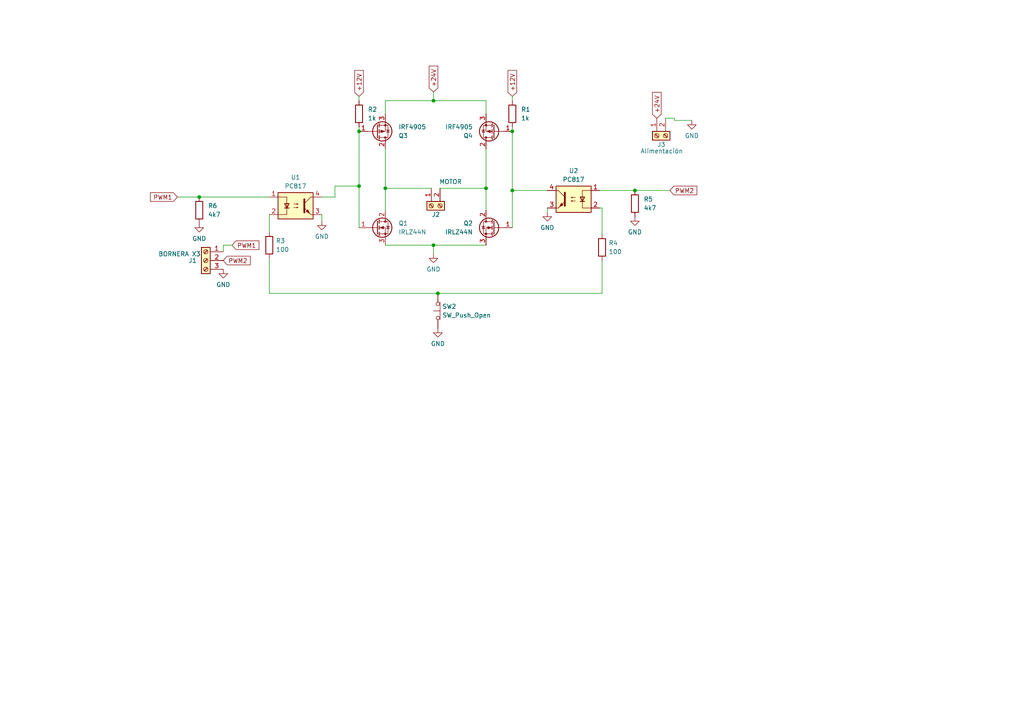
<source format=kicad_sch>
(kicad_sch (version 20231120) (generator "eeschema") (generator_version "8.0")
  (paper "A4")
  (title_block (title "PUENTE H DE POTENCIA") (date "21/08/2024") (rev "1") (company "Danilo Diaz Melión"))
  (lib_symbols
    (symbol "Connector:Screw_Terminal_01x02" (pin_names (offset 1.016) hide)
      (property "Reference" "J" (at 0 2.54 0))
      (property "Value" "Screw_Terminal_01x02" (at 0 -5.08 0))
      (symbol "Screw_Terminal_01x02_1_1"
        (rectangle (start -1.27 1.27) (end 1.27 -3.81) (stroke (width 0.254)) (fill (type background)))
        (circle (center 0 -2.54) (radius 0.635) (stroke (width 0.1524)))
        (polyline (pts (xy -0.5334 -2.2098) (xy 0.3302 -3.048)) (stroke (width 0.1524)))
        (polyline (pts (xy -0.5334 0.3302) (xy 0.3302 -0.508)) (stroke (width 0.1524)))
        (polyline (pts (xy -0.3556 -2.032) (xy 0.508 -2.8702)) (stroke (width 0.1524)))
        (polyline (pts (xy -0.3556 0.508) (xy 0.508 -0.3302)) (stroke (width 0.1524)))
        (circle (center 0 0) (radius 0.635) (stroke (width 0.1524)))
        (pin passive line (at -5.08 0 0) (length 3.81) (name "Pin_1") (number "1"))
        (pin passive line (at -5.08 -2.54 0) (length 3.81) (name "Pin_2") (number "2"))
      )
    )
    (symbol "Connector:Screw_Terminal_01x03" (pin_names (offset 1.016) hide)
      (property "Reference" "J" (at 0 5.08 0))
      (property "Value" "Screw_Terminal_01x03" (at 0 -5.08 0))
      (symbol "Screw_Terminal_01x03_1_1"
        (rectangle (start -1.27 3.81) (end 1.27 -3.81) (stroke (width 0.254)) (fill (type background)))
        (circle (center 0 -2.54) (radius 0.635) (stroke (width 0.1524)))
        (polyline (pts (xy -0.5334 -2.2098) (xy 0.3302 -3.048)) (stroke (width 0.1524)))
        (polyline (pts (xy -0.5334 0.3302) (xy 0.3302 -0.508)) (stroke (width 0.1524)))
        (polyline (pts (xy -0.5334 2.8702) (xy 0.3302 2.032)) (stroke (width 0.1524)))
        (polyline (pts (xy -0.3556 -2.032) (xy 0.508 -2.8702)) (stroke (width 0.1524)))
        (polyline (pts (xy -0.3556 0.508) (xy 0.508 -0.3302)) (stroke (width 0.1524)))
        (polyline (pts (xy -0.3556 3.048) (xy 0.508 2.2098)) (stroke (width 0.1524)))
        (circle (center 0 0) (radius 0.635) (stroke (width 0.1524)))
        (circle (center 0 2.54) (radius 0.635) (stroke (width 0.1524)))
        (pin passive line (at -5.08 2.54 0) (length 3.81) (name "Pin_1") (number "1"))
        (pin passive line (at -5.08 0 0) (length 3.81) (name "Pin_2") (number "2"))
        (pin passive line (at -5.08 -2.54 0) (length 3.81) (name "Pin_3") (number "3"))
      )
    )
    (symbol "Device:R" (pin_numbers hide) (pin_names (offset 0))
      (property "Reference" "R" (at 2.032 0 90))
      (property "Value" "R" (at 0 0 90))
      (symbol "R_0_1"
        (rectangle (start -1.016 -2.54) (end 1.016 2.54) (stroke (width 0.254)))
      )
      (symbol "R_1_1"
        (pin passive line (at 0 3.81 270) (length 1.27) (name "~") (number "1"))
        (pin passive line (at 0 -3.81 90) (length 1.27) (name "~") (number "2"))
      )
    )
    (symbol "Isolator:PC817" (pin_names (offset 1.016))
      (property "Reference" "U" (at -5.08 5.08 0))
      (property "Value" "PC817" (at 0 5.08 0))
      (symbol "PC817_0_1"
        (rectangle (start -5.08 3.81) (end 5.08 -3.81) (stroke (width 0.254)) (fill (type background)))
        (polyline (pts (xy -3.175 -0.635) (xy -1.905 -0.635)) (stroke (width 0.254)))
        (polyline (pts (xy 2.54 0.635) (xy 4.445 2.54)))
        (polyline (pts (xy 4.445 -2.54) (xy 2.54 -0.635)) (fill (type outline)))
        (polyline (pts (xy 4.445 -2.54) (xy 5.08 -2.54)))
        (polyline (pts (xy 4.445 2.54) (xy 5.08 2.54)))
        (polyline (pts (xy -5.08 2.54) (xy -2.54 2.54) (xy -2.54 -0.635)))
        (polyline (pts (xy -2.54 -0.635) (xy -2.54 -2.54) (xy -5.08 -2.54)))
        (polyline (pts (xy 2.54 1.905) (xy 2.54 -1.905) (xy 2.54 -1.905)) (stroke (width 0.508)))
        (polyline (pts (xy -2.54 -0.635) (xy -3.175 0.635) (xy -1.905 0.635) (xy -2.54 -0.635)) (stroke (width 0.254)))
        (polyline (pts (xy -0.508 -0.508) (xy 0.762 -0.508) (xy 0.381 -0.635) (xy 0.381 -0.381) (xy 0.762 -0.508)))
        (polyline (pts (xy -0.508 0.508) (xy 0.762 0.508) (xy 0.381 0.381) (xy 0.381 0.635) (xy 0.762 0.508)))
        (polyline (pts (xy 3.048 -1.651) (xy 3.556 -1.143) (xy 4.064 -2.159) (xy 3.048 -1.651) (xy 3.048 -1.651)) (fill (type outline)))
      )
      (symbol "PC817_1_1"
        (pin passive line (at -7.62 2.54 0) (length 2.54) (name "~") (number "1"))
        (pin passive line (at -7.62 -2.54 0) (length 2.54) (name "~") (number "2"))
        (pin passive line (at 7.62 -2.54 180) (length 2.54) (name "~") (number "3"))
        (pin passive line (at 7.62 2.54 180) (length 2.54) (name "~") (number "4"))
      )
    )
    (symbol "Switch:SW_Push_Open" (pin_numbers hide) (pin_names (offset 1.016) hide)
      (property "Reference" "SW" (at 0 2.54 0))
      (property "Value" "SW_Push_Open" (at 0 -1.905 0))
      (symbol "SW_Push_Open_0_1"
        (circle (center -2.032 0) (radius 0.508))
        (polyline (pts (xy -2.54 -0.635) (xy 2.54 -0.635)))
        (polyline (pts (xy 0 -0.635) (xy 0 1.27)))
        (circle (center 2.032 0) (radius 0.508))
        (pin passive line (at -5.08 0 0) (length 2.54) (name "A") (number "1"))
      )
      (symbol "SW_Push_Open_1_1"
        (pin passive line (at 5.08 0 180) (length 2.54) (name "B") (number "2"))
      )
    )
    (symbol "Transistor_FET:IRF4905" (pin_names hide)
      (property "Reference" "Q" (at 5.08 1.905 0))
      (property "Value" "IRF4905" (at 5.08 0 0))
      (symbol "IRF4905_0_1"
        (polyline (pts (xy 0.254 0) (xy -2.54 0)))
        (polyline (pts (xy 0.254 1.905) (xy 0.254 -1.905)) (stroke (width 0.254)))
        (polyline (pts (xy 0.762 -1.27) (xy 0.762 -2.286)) (stroke (width 0.254)))
        (polyline (pts (xy 0.762 0.508) (xy 0.762 -0.508)) (stroke (width 0.254)))
        (polyline (pts (xy 0.762 2.286) (xy 0.762 1.27)) (stroke (width 0.254)))
        (polyline (pts (xy 2.54 2.54) (xy 2.54 1.778)))
        (polyline (pts (xy 2.54 -2.54) (xy 2.54 0) (xy 0.762 0)))
        (polyline (pts (xy 0.762 1.778) (xy 3.302 1.778) (xy 3.302 -1.778) (xy 0.762 -1.778)))
        (polyline (pts (xy 2.286 0) (xy 1.27 0.381) (xy 1.27 -0.381) (xy 2.286 0)) (fill (type outline)))
        (polyline (pts (xy 2.794 -0.508) (xy 2.921 -0.381) (xy 3.683 -0.381) (xy 3.81 -0.254)))
        (polyline (pts (xy 3.302 -0.381) (xy 2.921 0.254) (xy 3.683 0.254) (xy 3.302 -0.381)))
        (circle (center 1.651 0) (radius 2.794) (stroke (width 0.254)))
        (circle (center 2.54 -1.778) (radius 0.254) (fill (type outline)))
        (circle (center 2.54 1.778) (radius 0.254) (fill (type outline)))
      )
      (symbol "IRF4905_1_1"
        (pin input line (at -5.08 0 0) (length 2.54) (name "G") (number "1"))
        (pin passive line (at 2.54 5.08 270) (length 2.54) (name "D") (number "2"))
        (pin passive line (at 2.54 -5.08 90) (length 2.54) (name "S") (number "3"))
      )
    )
    (symbol "Transistor_FET:IRLZ44N" (pin_names hide)
      (property "Reference" "Q" (at 6.35 1.905 0))
      (property "Value" "IRLZ44N" (at 6.35 0 0))
      (symbol "IRLZ44N_0_1"
        (polyline (pts (xy 0.254 0) (xy -2.54 0)))
        (polyline (pts (xy 0.254 1.905) (xy 0.254 -1.905)) (stroke (width 0.254)))
        (polyline (pts (xy 0.762 -1.27) (xy 0.762 -2.286)) (stroke (width 0.254)))
        (polyline (pts (xy 0.762 0.508) (xy 0.762 -0.508)) (stroke (width 0.254)))
        (polyline (pts (xy 0.762 2.286) (xy 0.762 1.27)) (stroke (width 0.254)))
        (polyline (pts (xy 2.54 2.54) (xy 2.54 1.778)))
        (polyline (pts (xy 2.54 -2.54) (xy 2.54 0) (xy 0.762 0)))
        (polyline (pts (xy 0.762 -1.778) (xy 3.302 -1.778) (xy 3.302 1.778) (xy 0.762 1.778)))
        (polyline (pts (xy 1.016 0) (xy 2.032 0.381) (xy 2.032 -0.381) (xy 1.016 0)) (fill (type outline)))
        (polyline (pts (xy 2.794 0.508) (xy 2.921 0.381) (xy 3.683 0.381) (xy 3.81 0.254)))
        (polyline (pts (xy 3.302 0.381) (xy 2.921 -0.254) (xy 3.683 -0.254) (xy 3.302 0.381)))
        (circle (center 1.651 0) (radius 2.794) (stroke (width 0.254)))
        (circle (center 2.54 -1.778) (radius 0.254) (fill (type outline)))
        (circle (center 2.54 1.778) (radius 0.254) (fill (type outline)))
      )
      (symbol "IRLZ44N_1_1"
        (pin input line (at -5.08 0 0) (length 2.54) (name "G") (number "1"))
        (pin passive line (at 2.54 5.08 270) (length 2.54) (name "D") (number "2"))
        (pin passive line (at 2.54 -5.08 90) (length 2.54) (name "S") (number "3"))
      )
    )
    (symbol "power:GND" (power) (pin_names (offset 0))
      (property "Value" "GND" (at 0 -3.81 0))
      (symbol "GND_0_1"
        (polyline (pts (xy 0 0) (xy 0 -1.27) (xy 1.27 -1.27) (xy 0 -2.54) (xy -1.27 -1.27) (xy 0 -1.27)))
      )
      (symbol "GND_1_1"
        (pin power_in line (at 0 0 270) (length 0) hide (name "GND") (number "1"))
      )
    )
  )
  (junction (at 148.59 55.245))
  (junction (at 127 85.09))
  (junction (at 57.785 57.15))
  (junction (at 184.15 55.245))
  (junction (at 104.14 38.1))
  (junction (at 125.73 29.21))
  (junction (at 111.76 54.61))
  (junction (at 148.59 38.1))
  (junction (at 140.97 54.61))
  (junction (at 125.73 71.12))
  (junction (at 104.14 53.975))
  (wire (pts (xy 64.77 71.12) (xy 67.31 71.12)))
  (wire (pts (xy 111.76 43.18) (xy 111.76 54.61)))
  (wire (pts (xy 125.73 71.12) (xy 140.97 71.12)))
  (wire (pts (xy 140.97 29.21) (xy 140.97 33.02)))
  (wire (pts (xy 184.15 55.245) (xy 194.31 55.245)))
  (wire (pts (xy 195.58 34.29) (xy 195.58 34.925)))
  (wire (pts (xy 104.14 36.83) (xy 104.14 38.1)))
  (wire (pts (xy 78.105 74.93) (xy 78.105 85.09)))
  (wire (pts (xy 111.76 71.12) (xy 125.73 71.12)))
  (wire (pts (xy 78.105 62.23) (xy 78.105 67.31)))
  (wire (pts (xy 93.345 62.23) (xy 93.345 64.135)))
  (wire (pts (xy 174.625 60.325) (xy 174.625 67.945)))
  (wire (pts (xy 111.76 54.61) (xy 125.095 54.61)))
  (wire (pts (xy 195.58 34.925) (xy 200.66 34.925)))
  (wire (pts (xy 64.77 73.025) (xy 64.77 71.12)))
  (wire (pts (xy 125.73 29.21) (xy 140.97 29.21)))
  (wire (pts (xy 97.155 53.975) (xy 97.155 57.15)))
  (wire (pts (xy 193.04 34.29) (xy 195.58 34.29)))
  (wire (pts (xy 104.14 53.975) (xy 104.14 66.04)))
  (wire (pts (xy 111.76 54.61) (xy 111.76 60.96)))
  (wire (pts (xy 148.59 36.83) (xy 148.59 38.1)))
  (wire (pts (xy 127 85.09) (xy 174.625 85.09)))
  (wire (pts (xy 140.97 60.96) (xy 140.97 54.61)))
  (wire (pts (xy 140.97 43.18) (xy 140.97 54.61)))
  (wire (pts (xy 158.75 60.325) (xy 158.75 61.595)))
  (wire (pts (xy 148.59 55.245) (xy 148.59 66.04)))
  (wire (pts (xy 93.345 57.15) (xy 97.155 57.15)))
  (wire (pts (xy 51.435 57.15) (xy 57.785 57.15)))
  (wire (pts (xy 127.635 54.61) (xy 140.97 54.61)))
  (wire (pts (xy 148.59 27.94) (xy 148.59 29.21)))
  (wire (pts (xy 174.625 75.565) (xy 174.625 85.09)))
  (wire (pts (xy 125.73 73.66) (xy 125.73 71.12)))
  (wire (pts (xy 148.59 38.1) (xy 148.59 55.245)))
  (wire (pts (xy 173.99 55.245) (xy 184.15 55.245)))
  (wire (pts (xy 158.75 55.245) (xy 148.59 55.245)))
  (wire (pts (xy 57.785 57.15) (xy 78.105 57.15)))
  (wire (pts (xy 104.14 38.1) (xy 104.14 53.975)))
  (wire (pts (xy 104.14 53.975) (xy 97.155 53.975)))
  (wire (pts (xy 125.73 26.67) (xy 125.73 29.21)))
  (wire (pts (xy 104.14 27.94) (xy 104.14 29.21)))
  (wire (pts (xy 111.76 29.21) (xy 111.76 33.02)))
  (wire (pts (xy 174.625 60.325) (xy 173.99 60.325)))
  (wire (pts (xy 111.76 29.21) (xy 125.73 29.21)))
  (wire (pts (xy 78.105 85.09) (xy 127 85.09)))
  (global_label "PWM1" (shape input) (at 51.435 57.15 180) (property "Intersheetrefs" "${INTERSHEET_REFS}" (effects (hide yes))))
  (global_label "PWM1" (shape input) (at 67.31 71.12 0) (property "Intersheetrefs" "${INTERSHEET_REFS}" (effects (hide yes))))
  (global_label "+12V" (shape input) (at 104.14 27.94 90) (property "Intersheetrefs" "${INTERSHEET_REFS}" (effects (hide yes))))
  (global_label "+12V" (shape input) (at 148.59 27.94 90) (property "Intersheetrefs" "${INTERSHEET_REFS}" (effects (hide yes))))
  (global_label "PWM2" (shape input) (at 64.77 75.565 0) (property "Intersheetrefs" "${INTERSHEET_REFS}" (effects (hide yes))))
  (global_label "PWM2" (shape input) (at 194.31 55.245 0) (property "Intersheetrefs" "${INTERSHEET_REFS}" (effects (hide yes))))
  (global_label "+24V" (shape input) (at 190.5 34.29 90) (property "Intersheetrefs" "${INTERSHEET_REFS}" (effects (hide yes))))
  (global_label "+24V" (shape input) (at 125.73 26.67 90) (property "Intersheetrefs" "${INTERSHEET_REFS}" (effects (hide yes))))
  (symbol (lib_id "Device:R") (at 184.15 59.055 0) (unit 1)
    (property "Reference" "R5" (at 186.69 57.785 0) (effects (justify left)))
    (property "Value" "4k7" (at 186.69 60.325 0) (effects (justify left)))
    (property "Footprint" "Resistor_THT:R_Axial_DIN0614_L14.3mm_D5.7mm_P20.32mm_Horizontal" (effects (hide yes)))
  )
  (symbol (lib_id "Device:R") (at 148.59 33.02 0) (unit 1)
    (property "Reference" "R1" (at 151.13 31.75 0) (effects (justify left)))
    (property "Value" "1k" (at 151.13 34.29 0) (effects (justify left)))
    (property "Footprint" "Resistor_THT:R_Axial_DIN0614_L14.3mm_D5.7mm_P20.32mm_Horizontal" (effects (hide yes)))
  )
  (symbol (lib_id "power:GND") (at 158.75 61.595 0) (unit 1)
    (property "Reference" "#PWR04" (effects (hide yes)))
    (property "Value" "GND" (at 158.75 66.04 0))
  )
  (symbol (lib_id "power:GND") (at 184.15 62.865 0) (unit 1)
    (property "Reference" "#PWR01" (effects (hide yes)))
    (property "Value" "GND" (at 184.15 67.31 0))
  )
  (symbol (lib_id "Connector:Screw_Terminal_01x02") (at 190.5 39.37 90) (mirror x) (unit 1)
    (property "Reference" "J3" (at 193.04 41.91 90) (effects (justify left)))
    (property "Value" "Alimentación" (at 198.12 43.815 90) (effects (justify left)))
    (property "Footprint" "TerminalBlock_Dinkle:TerminalBlock_Dinkle_DT-55-B01X-02_P10.00mm" (effects (hide yes)))
  )
  (symbol (lib_id "Connector:Screw_Terminal_01x02") (at 125.095 59.69 90) (mirror x) (unit 1)
    (property "Reference" "J2" (at 127.635 62.23 90) (effects (justify left)))
    (property "Value" "MOTOR" (at 133.985 52.705 90) (effects (justify left)))
    (property "Footprint" "TerminalBlock_Dinkle:TerminalBlock_Dinkle_DT-55-B01X-02_P10.00mm" (effects (hide yes)))
  )
  (symbol (lib_id "Device:R") (at 174.625 71.755 0) (unit 1)
    (property "Reference" "R4" (at 176.53 70.485 0) (effects (justify left)))
    (property "Value" "100" (at 176.53 73.025 0) (effects (justify left)))
    (property "Footprint" "Resistor_THT:R_Axial_DIN0614_L14.3mm_D5.7mm_P20.32mm_Horizontal" (effects (hide yes)))
  )
  (symbol (lib_id "Transistor_FET:IRLZ44N") (at 109.22 66.04 0) (unit 1)
    (property "Reference" "Q1" (at 115.57 64.77 0) (effects (justify left)))
    (property "Value" "IRLZ44N" (at 115.57 67.31 0) (effects (justify left)))
    (property "Footprint" "custom_footprint:to-220 editado" (effects (hide yes)))
    (property "Datasheet" "http://www.irf.com/product-info/datasheets/data/irlz44n.pdf" (effects (hide yes)))
  )
  (symbol (lib_id "Device:R") (at 78.105 71.12 0) (unit 1)
    (property "Reference" "R3" (at 80.01 69.85 0) (effects (justify left)))
    (property "Value" "100" (at 80.01 72.39 0) (effects (justify left)))
    (property "Footprint" "Resistor_THT:R_Axial_DIN0614_L14.3mm_D5.7mm_P20.32mm_Horizontal" (effects (hide yes)))
  )
  (symbol (lib_id "power:GND") (at 57.785 64.77 0) (unit 1)
    (property "Reference" "#PWR02" (effects (hide yes)))
    (property "Value" "GND" (at 57.785 69.215 0))
  )
  (symbol (lib_id "Device:R") (at 104.14 33.02 0) (unit 1)
    (property "Reference" "R2" (at 106.68 31.75 0) (effects (justify left)))
    (property "Value" "1k" (at 106.68 34.29 0) (effects (justify left)))
    (property "Footprint" "Resistor_THT:R_Axial_DIN0614_L14.3mm_D5.7mm_P20.32mm_Horizontal" (effects (hide yes)))
  )
  (symbol (lib_id "Transistor_FET:IRLZ44N") (at 143.51 66.04 0) (mirror y) (unit 1)
    (property "Reference" "Q2" (at 137.16 64.77 0) (effects (justify left)))
    (property "Value" "IRLZ44N" (at 137.16 67.31 0) (effects (justify left)))
    (property "Footprint" "custom_footprint:to-220 editado" (effects (hide yes)))
    (property "Datasheet" "http://www.irf.com/product-info/datasheets/data/irlz44n.pdf" (effects (hide yes)))
  )
  (symbol (lib_id "Transistor_FET:IRF4905") (at 109.22 38.1 0) (mirror x) (unit 1)
    (property "Reference" "Q3" (at 115.57 39.37 0) (effects (justify left)))
    (property "Value" "IRF4905" (at 115.57 36.83 0) (effects (justify left)))
    (property "Footprint" "custom_footprint:to-220 editado" (effects (hide yes)))
    (property "Datasheet" "http://www.infineon.com/dgdl/irf4905.pdf?fileId=5546d462533600a4015355e32165197c" (effects (hide yes)))
  )
  (symbol (lib_id "power:GND") (at 200.66 34.925 0) (unit 1)
    (property "Reference" "#PWR07" (effects (hide yes)))
    (property "Value" "GND" (at 200.66 39.37 0))
  )
  (symbol (lib_id "Isolator:PC817") (at 85.725 59.69 0) (unit 1)
    (property "Reference" "U1" (at 85.725 51.435 0))
    (property "Value" "PC817" (at 85.725 53.975 0))
    (property "Footprint" "Package_DIP:DIP-4_W7.62mm" (effects (hide yes)))
    (property "Datasheet" "http://www.soselectronic.cz/a_info/resource/d/pc817.pdf" (effects (hide yes)))
  )
  (symbol (lib_id "power:GND") (at 125.73 73.66 0) (unit 1)
    (property "Reference" "#PWR08" (effects (hide yes)))
    (property "Value" "GND" (at 125.73 78.105 0))
  )
  (symbol (lib_id "power:GND") (at 127 95.25 0) (unit 1)
    (property "Reference" "#PWR05" (effects (hide yes)))
    (property "Value" "GND" (at 127 99.695 0))
  )
  (symbol (lib_id "Device:R") (at 57.785 60.96 0) (unit 1)
    (property "Reference" "R6" (at 60.325 59.69 0) (effects (justify left)))
    (property "Value" "4k7" (at 60.325 62.23 0) (effects (justify left)))
    (property "Footprint" "Resistor_THT:R_Axial_DIN0614_L14.3mm_D5.7mm_P20.32mm_Horizontal" (effects (hide yes)))
  )
  (symbol (lib_id "power:GND") (at 64.77 78.105 0) (unit 1)
    (property "Reference" "#PWR06" (effects (hide yes)))
    (property "Value" "GND" (at 64.77 82.55 0))
  )
  (symbol (lib_id "Isolator:PC817") (at 166.37 57.785 0) (mirror y) (unit 1)
    (property "Reference" "U2" (at 166.37 49.53 0))
    (property "Value" "PC817" (at 166.37 52.07 0))
    (property "Footprint" "Package_DIP:DIP-4_W7.62mm" (effects (hide yes)))
    (property "Datasheet" "http://www.soselectronic.cz/a_info/resource/d/pc817.pdf" (effects (hide yes)))
  )
  (symbol (lib_id "Transistor_FET:IRF4905") (at 143.51 38.1 180) (unit 1)
    (property "Reference" "Q4" (at 137.16 39.37 0) (effects (justify left)))
    (property "Value" "IRF4905" (at 137.16 36.83 0) (effects (justify left)))
    (property "Footprint" "custom_footprint:to-220 editado" (effects (hide yes)))
    (property "Datasheet" "http://www.infineon.com/dgdl/irf4905.pdf?fileId=5546d462533600a4015355e32165197c" (effects (hide yes)))
  )
  (symbol (lib_id "Connector:Screw_Terminal_01x03") (at 59.69 75.565 0) (mirror y) (unit 1)
    (property "Reference" "J1" (at 55.88 75.565 0))
    (property "Value" "BORNERA X3" (at 52.07 73.66 0))
    (property "Footprint" "Connector_PinHeader_2.54mm:PinHeader_1x03_P2.54mm_Vertical" (effects (hide yes)))
  )
  (symbol (lib_id "Switch:SW_Push_Open") (at 127 90.17 90) (unit 1)
    (property "Reference" "SW2" (at 128.27 88.9 90) (effects (justify right)))
    (property "Value" "SW_Push_Open" (at 128.27 91.44 90) (effects (justify right)))
    (property "Footprint" "Button_Switch_THT:SW_CW_GPTS203211B" (effects (hide yes)))
  )
  (symbol (lib_id "power:GND") (at 93.345 64.135 0) (unit 1)
    (property "Reference" "#PWR03" (effects (hide yes)))
    (property "Value" "GND" (at 93.345 68.58 0))
  )
)
</source>
